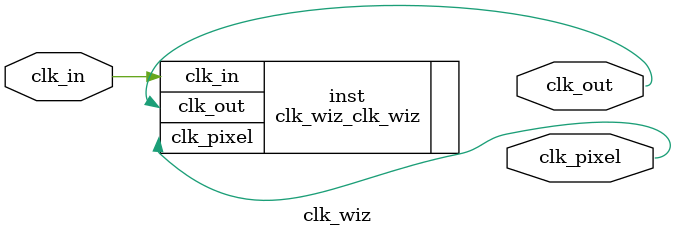
<source format=v>


`timescale 1ps/1ps

(* CORE_GENERATION_INFO = "clk_wiz,clk_wiz_v6_0_3_0_0,{component_name=clk_wiz,use_phase_alignment=true,use_min_o_jitter=false,use_max_i_jitter=false,use_dyn_phase_shift=false,use_inclk_switchover=false,use_dyn_reconfig=false,enable_axi=0,feedback_source=FDBK_AUTO,PRIMITIVE=MMCM,num_out_clk=2,clkin1_period=10.000,clkin2_period=10.000,use_power_down=false,use_reset=false,use_locked=false,use_inclk_stopped=false,feedback_type=SINGLE,CLOCK_MGR_TYPE=NA,manual_override=false}" *)

module clk_wiz 
 (
  // Clock out ports
  output        clk_out,
  output        clk_pixel,
 // Clock in ports
  input         clk_in
 );

  clk_wiz_clk_wiz inst
  (
  // Clock out ports  
  .clk_out(clk_out),
  .clk_pixel(clk_pixel),
 // Clock in ports
  .clk_in(clk_in)
  );

endmodule

</source>
